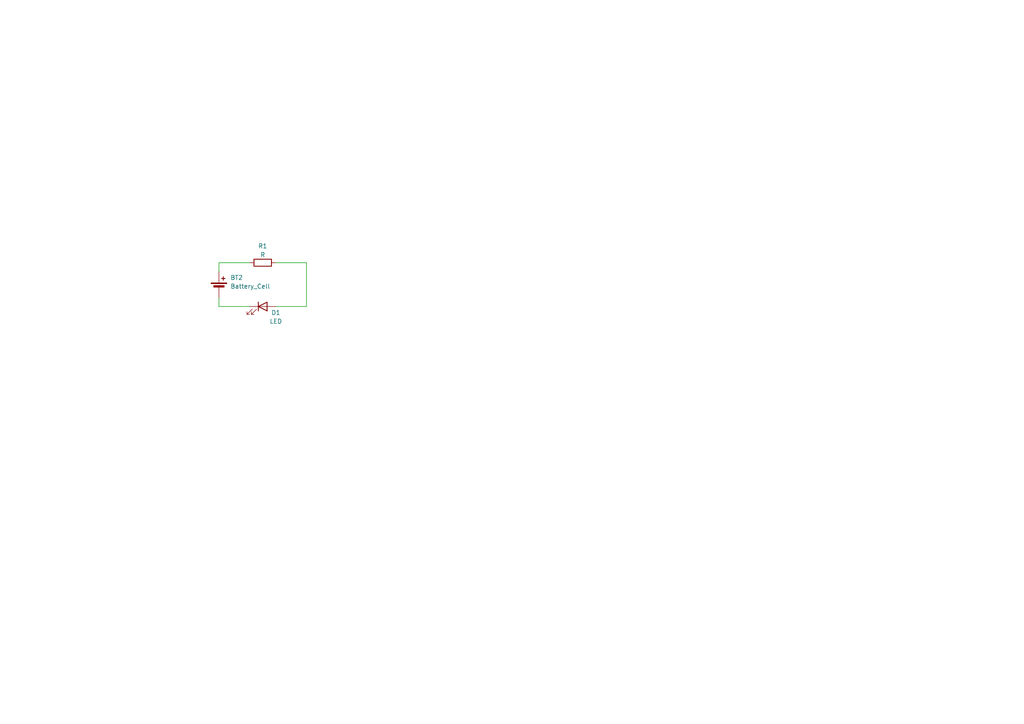
<source format=kicad_sch>
(kicad_sch (version 20231120) (generator "eeschema") (generator_version "8.0")
  (paper "A4")
  (lib_symbols
    (symbol "Device:Battery_Cell" (pin_numbers hide) (pin_names (offset 0) hide)
      (property "Reference" "BT" (at 2.54 2.54 0))
      (property "Value" "Battery_Cell" (at 2.54 0 0))
      (symbol "Battery_Cell_0_1"
        (rectangle (start -2.286 1.778) (end 2.286 1.524) (fill (type outline)))
        (rectangle (start -1.524 1.016) (end 1.524 0.508) (fill (type outline)))
        (polyline (pts (xy 0 0.762) (xy 0 0)))
        (polyline (pts (xy 0 1.778) (xy 0 2.54)))
        (polyline (pts (xy 0.762 3.048) (xy 1.778 3.048)) (stroke (width 0.254)))
        (polyline (pts (xy 1.27 3.556) (xy 1.27 2.54)) (stroke (width 0.254)))
      )
      (symbol "Battery_Cell_1_1"
        (pin passive line (at 0 5.08 270) (length 2.54) (name "+") (number "1"))
        (pin passive line (at 0 -2.54 90) (length 2.54) (name "-") (number "2"))
      )
    )
    (symbol "Device:LED" (pin_numbers hide) (pin_names (offset 1.016) hide)
      (property "Reference" "D" (at 0 2.54 0))
      (property "Value" "LED" (at 0 -2.54 0))
      (symbol "LED_0_1"
        (polyline (pts (xy -1.27 -1.27) (xy -1.27 1.27)) (stroke (width 0.254)))
        (polyline (pts (xy -1.27 0) (xy 1.27 0)))
        (polyline (pts (xy 1.27 -1.27) (xy 1.27 1.27) (xy -1.27 0) (xy 1.27 -1.27)) (stroke (width 0.254)))
        (polyline (pts (xy -3.048 -0.762) (xy -4.572 -2.286) (xy -3.81 -2.286) (xy -4.572 -2.286) (xy -4.572 -1.524)))
        (polyline (pts (xy -1.778 -0.762) (xy -3.302 -2.286) (xy -2.54 -2.286) (xy -3.302 -2.286) (xy -3.302 -1.524)))
      )
      (symbol "LED_1_1"
        (pin passive line (at -3.81 0 0) (length 2.54) (name "K") (number "1"))
        (pin passive line (at 3.81 0 180) (length 2.54) (name "A") (number "2"))
      )
    )
    (symbol "Device:R" (pin_numbers hide) (pin_names (offset 0))
      (property "Reference" "R" (at 2.032 0 90))
      (property "Value" "R" (at 0 0 90))
      (symbol "R_0_1"
        (rectangle (start -1.016 -2.54) (end 1.016 2.54) (stroke (width 0.254)))
      )
      (symbol "R_1_1"
        (pin passive line (at 0 3.81 270) (length 1.27) (name "~") (number "1"))
        (pin passive line (at 0 -3.81 90) (length 1.27) (name "~") (number "2"))
      )
    )
  )
  (wire (pts (xy 72.39 76.2) (xy 63.5 76.2)))
  (wire (pts (xy 63.5 88.9) (xy 72.39 88.9)))
  (wire (pts (xy 80.01 76.2) (xy 88.9 76.2)))
  (wire (pts (xy 63.5 86.36) (xy 63.5 88.9)))
  (wire (pts (xy 63.5 76.2) (xy 63.5 78.74)))
  (wire (pts (xy 88.9 76.2) (xy 88.9 88.9)))
  (wire (pts (xy 80.01 88.9) (xy 88.9 88.9)))
  (symbol (lib_id "Device:LED") (at 76.2 88.9 0) (unit 1)
    (property "Reference" "D1" (at 80.01 90.678 0))
    (property "Value" "LED" (at 80.01 93.218 0))
    (property "Footprint" "Resistor_SMD:R_0805_2012Metric_Pad1.20x1.40mm_HandSolder" (effects (hide yes)))
    (property "Description" "Light emitting diode" (effects (hide yes)))
  )
  (symbol (lib_id "Device:R") (at 76.2 76.2 270) (unit 1)
    (property "Reference" "R1" (at 76.2 71.374 90))
    (property "Value" "R" (at 76.2 73.914 90))
    (property "Footprint" "Resistor_SMD:R_0805_2012Metric_Pad1.20x1.40mm_HandSolder" (effects (hide yes)))
    (property "Description" "Resistor" (effects (hide yes)))
  )
  (symbol (lib_id "Device:Battery_Cell") (at 63.5 83.82 0) (unit 1)
    (property "Reference" "BT2" (at 66.802 80.518 0) (effects (justify left)))
    (property "Value" "Battery_Cell" (at 66.802 83.058 0) (effects (justify left)))
    (property "Footprint" "FS_3_Global_Footprint_Library:MS621FE-FL11E_SEC" (effects (hide yes)))
    (property "Description" "Single-cell battery" (effects (hide yes)))
  )
)
</source>
